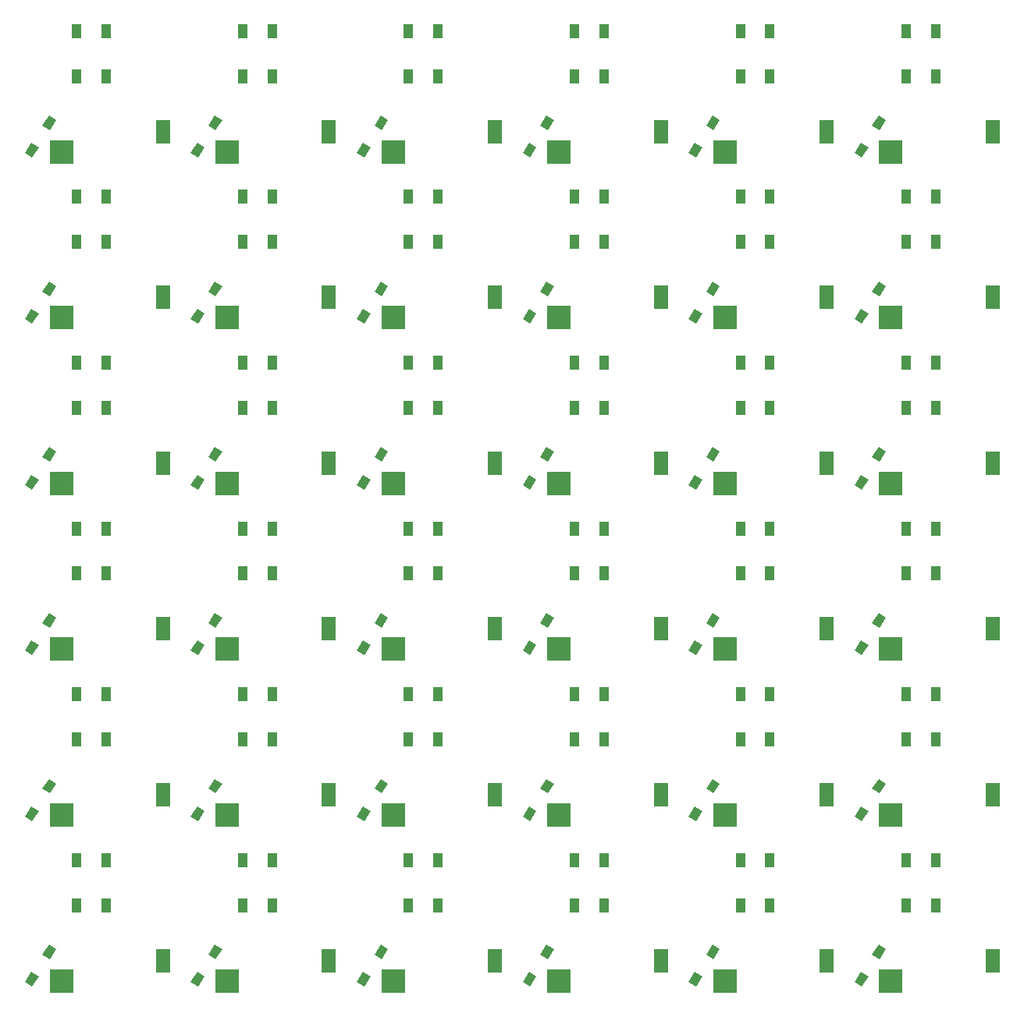
<source format=gtp>
G04 #@! TF.GenerationSoftware,KiCad,Pcbnew,(5.1.5-0-10_14)*
G04 #@! TF.CreationDate,2020-05-05T10:05:08-04:00*
G04 #@! TF.ProjectId,plate,706c6174-652e-46b6-9963-61645f706362,1*
G04 #@! TF.SameCoordinates,Original*
G04 #@! TF.FileFunction,Paste,Top*
G04 #@! TF.FilePolarity,Positive*
%FSLAX46Y46*%
G04 Gerber Fmt 4.6, Leading zero omitted, Abs format (unit mm)*
G04 Created by KiCad (PCBNEW (5.1.5-0-10_14)) date 2020-05-05 10:05:08*
%MOMM*%
%LPD*%
G04 APERTURE LIST*
%ADD10C,0.100000*%
%ADD11R,1.600000X2.600000*%
%ADD12R,2.600000X2.600000*%
%ADD13R,1.000000X1.500000*%
G04 APERTURE END LIST*
D10*
G36*
X86220866Y-132429922D02*
G01*
X85419644Y-131919487D01*
X86118134Y-130823078D01*
X86919356Y-131333513D01*
X86220866Y-132429922D01*
G37*
G36*
X88128280Y-129435882D02*
G01*
X87327058Y-128925447D01*
X88025548Y-127829038D01*
X88826770Y-128339473D01*
X88128280Y-129435882D01*
G37*
D11*
X100395000Y-129565000D03*
D12*
X89370000Y-131765000D03*
D13*
X94233600Y-123559800D03*
X91033600Y-123559800D03*
X94233600Y-118659800D03*
X91033600Y-118659800D03*
D10*
G36*
X106128280Y-129435882D02*
G01*
X105327058Y-128925447D01*
X106025548Y-127829038D01*
X106826770Y-128339473D01*
X106128280Y-129435882D01*
G37*
G36*
X104220866Y-132429922D02*
G01*
X103419644Y-131919487D01*
X104118134Y-130823078D01*
X104919356Y-131333513D01*
X104220866Y-132429922D01*
G37*
D12*
X107370000Y-131765000D03*
D11*
X118395000Y-129565000D03*
D13*
X109033600Y-118659800D03*
X112233600Y-118659800D03*
X109033600Y-123559800D03*
X112233600Y-123559800D03*
D10*
G36*
X88128280Y-147435882D02*
G01*
X87327058Y-146925447D01*
X88025548Y-145829038D01*
X88826770Y-146339473D01*
X88128280Y-147435882D01*
G37*
G36*
X86220866Y-150429922D02*
G01*
X85419644Y-149919487D01*
X86118134Y-148823078D01*
X86919356Y-149333513D01*
X86220866Y-150429922D01*
G37*
D12*
X89370000Y-149765000D03*
D11*
X100395000Y-147565000D03*
D13*
X91033600Y-136659800D03*
X94233600Y-136659800D03*
X91033600Y-141559800D03*
X94233600Y-141559800D03*
D10*
G36*
X104220866Y-150429922D02*
G01*
X103419644Y-149919487D01*
X104118134Y-148823078D01*
X104919356Y-149333513D01*
X104220866Y-150429922D01*
G37*
G36*
X106128280Y-147435882D02*
G01*
X105327058Y-146925447D01*
X106025548Y-145829038D01*
X106826770Y-146339473D01*
X106128280Y-147435882D01*
G37*
D11*
X118395000Y-147565000D03*
D12*
X107370000Y-149765000D03*
D13*
X112233600Y-141559800D03*
X109033600Y-141559800D03*
X112233600Y-136659800D03*
X109033600Y-136659800D03*
D10*
G36*
X158220866Y-150429922D02*
G01*
X157419644Y-149919487D01*
X158118134Y-148823078D01*
X158919356Y-149333513D01*
X158220866Y-150429922D01*
G37*
G36*
X160128280Y-147435882D02*
G01*
X159327058Y-146925447D01*
X160025548Y-145829038D01*
X160826770Y-146339473D01*
X160128280Y-147435882D01*
G37*
D11*
X172395000Y-147565000D03*
D12*
X161370000Y-149765000D03*
D13*
X181033600Y-136659800D03*
X184233600Y-136659800D03*
X181033600Y-141559800D03*
X184233600Y-141559800D03*
D10*
G36*
X178128280Y-147435882D02*
G01*
X177327058Y-146925447D01*
X178025548Y-145829038D01*
X178826770Y-146339473D01*
X178128280Y-147435882D01*
G37*
G36*
X176220866Y-150429922D02*
G01*
X175419644Y-149919487D01*
X176118134Y-148823078D01*
X176919356Y-149333513D01*
X176220866Y-150429922D01*
G37*
D12*
X179370000Y-149765000D03*
D11*
X190395000Y-147565000D03*
D13*
X166233600Y-141559800D03*
X163033600Y-141559800D03*
X166233600Y-136659800D03*
X163033600Y-136659800D03*
X145033600Y-136659800D03*
X148233600Y-136659800D03*
X145033600Y-141559800D03*
X148233600Y-141559800D03*
D11*
X136395000Y-147565000D03*
D12*
X125370000Y-149765000D03*
D13*
X130233600Y-141559800D03*
X127033600Y-141559800D03*
X130233600Y-136659800D03*
X127033600Y-136659800D03*
D10*
G36*
X122220866Y-150429922D02*
G01*
X121419644Y-149919487D01*
X122118134Y-148823078D01*
X122919356Y-149333513D01*
X122220866Y-150429922D01*
G37*
G36*
X124128280Y-147435882D02*
G01*
X123327058Y-146925447D01*
X124025548Y-145829038D01*
X124826770Y-146339473D01*
X124128280Y-147435882D01*
G37*
G36*
X142128280Y-147435882D02*
G01*
X141327058Y-146925447D01*
X142025548Y-145829038D01*
X142826770Y-146339473D01*
X142128280Y-147435882D01*
G37*
G36*
X140220866Y-150429922D02*
G01*
X139419644Y-149919487D01*
X140118134Y-148823078D01*
X140919356Y-149333513D01*
X140220866Y-150429922D01*
G37*
D12*
X143370000Y-149765000D03*
D11*
X154395000Y-147565000D03*
D10*
G36*
X160128280Y-129435882D02*
G01*
X159327058Y-128925447D01*
X160025548Y-127829038D01*
X160826770Y-128339473D01*
X160128280Y-129435882D01*
G37*
G36*
X158220866Y-132429922D02*
G01*
X157419644Y-131919487D01*
X158118134Y-130823078D01*
X158919356Y-131333513D01*
X158220866Y-132429922D01*
G37*
D12*
X161370000Y-131765000D03*
D11*
X172395000Y-129565000D03*
D13*
X184233600Y-123559800D03*
X181033600Y-123559800D03*
X184233600Y-118659800D03*
X181033600Y-118659800D03*
D10*
G36*
X176220866Y-132429922D02*
G01*
X175419644Y-131919487D01*
X176118134Y-130823078D01*
X176919356Y-131333513D01*
X176220866Y-132429922D01*
G37*
G36*
X178128280Y-129435882D02*
G01*
X177327058Y-128925447D01*
X178025548Y-127829038D01*
X178826770Y-128339473D01*
X178128280Y-129435882D01*
G37*
D11*
X190395000Y-129565000D03*
D12*
X179370000Y-131765000D03*
D13*
X163033600Y-118659800D03*
X166233600Y-118659800D03*
X163033600Y-123559800D03*
X166233600Y-123559800D03*
D10*
G36*
X140220866Y-132429922D02*
G01*
X139419644Y-131919487D01*
X140118134Y-130823078D01*
X140919356Y-131333513D01*
X140220866Y-132429922D01*
G37*
G36*
X142128280Y-129435882D02*
G01*
X141327058Y-128925447D01*
X142025548Y-127829038D01*
X142826770Y-128339473D01*
X142128280Y-129435882D01*
G37*
D11*
X154395000Y-129565000D03*
D12*
X143370000Y-131765000D03*
D13*
X148233600Y-123559800D03*
X145033600Y-123559800D03*
X148233600Y-118659800D03*
X145033600Y-118659800D03*
D10*
G36*
X124128280Y-129435882D02*
G01*
X123327058Y-128925447D01*
X124025548Y-127829038D01*
X124826770Y-128339473D01*
X124128280Y-129435882D01*
G37*
G36*
X122220866Y-132429922D02*
G01*
X121419644Y-131919487D01*
X122118134Y-130823078D01*
X122919356Y-131333513D01*
X122220866Y-132429922D01*
G37*
D12*
X125370000Y-131765000D03*
D11*
X136395000Y-129565000D03*
D13*
X127033600Y-118659800D03*
X130233600Y-118659800D03*
X127033600Y-123559800D03*
X130233600Y-123559800D03*
D10*
G36*
X86220866Y-96429922D02*
G01*
X85419644Y-95919487D01*
X86118134Y-94823078D01*
X86919356Y-95333513D01*
X86220866Y-96429922D01*
G37*
G36*
X88128280Y-93435882D02*
G01*
X87327058Y-92925447D01*
X88025548Y-91829038D01*
X88826770Y-92339473D01*
X88128280Y-93435882D01*
G37*
D11*
X100395000Y-93565000D03*
D12*
X89370000Y-95765000D03*
D13*
X94233600Y-87559800D03*
X91033600Y-87559800D03*
X94233600Y-82659800D03*
X91033600Y-82659800D03*
D10*
G36*
X106128280Y-93435882D02*
G01*
X105327058Y-92925447D01*
X106025548Y-91829038D01*
X106826770Y-92339473D01*
X106128280Y-93435882D01*
G37*
G36*
X104220866Y-96429922D02*
G01*
X103419644Y-95919487D01*
X104118134Y-94823078D01*
X104919356Y-95333513D01*
X104220866Y-96429922D01*
G37*
D12*
X107370000Y-95765000D03*
D11*
X118395000Y-93565000D03*
D13*
X109033600Y-82659800D03*
X112233600Y-82659800D03*
X109033600Y-87559800D03*
X112233600Y-87559800D03*
D10*
G36*
X88128280Y-111435882D02*
G01*
X87327058Y-110925447D01*
X88025548Y-109829038D01*
X88826770Y-110339473D01*
X88128280Y-111435882D01*
G37*
G36*
X86220866Y-114429922D02*
G01*
X85419644Y-113919487D01*
X86118134Y-112823078D01*
X86919356Y-113333513D01*
X86220866Y-114429922D01*
G37*
D12*
X89370000Y-113765000D03*
D11*
X100395000Y-111565000D03*
D13*
X91033600Y-100659800D03*
X94233600Y-100659800D03*
X91033600Y-105559800D03*
X94233600Y-105559800D03*
D10*
G36*
X104220866Y-114429922D02*
G01*
X103419644Y-113919487D01*
X104118134Y-112823078D01*
X104919356Y-113333513D01*
X104220866Y-114429922D01*
G37*
G36*
X106128280Y-111435882D02*
G01*
X105327058Y-110925447D01*
X106025548Y-109829038D01*
X106826770Y-110339473D01*
X106128280Y-111435882D01*
G37*
D11*
X118395000Y-111565000D03*
D12*
X107370000Y-113765000D03*
D13*
X112233600Y-105559800D03*
X109033600Y-105559800D03*
X112233600Y-100659800D03*
X109033600Y-100659800D03*
D10*
G36*
X158220866Y-114429922D02*
G01*
X157419644Y-113919487D01*
X158118134Y-112823078D01*
X158919356Y-113333513D01*
X158220866Y-114429922D01*
G37*
G36*
X160128280Y-111435882D02*
G01*
X159327058Y-110925447D01*
X160025548Y-109829038D01*
X160826770Y-110339473D01*
X160128280Y-111435882D01*
G37*
D11*
X172395000Y-111565000D03*
D12*
X161370000Y-113765000D03*
D13*
X181033600Y-100659800D03*
X184233600Y-100659800D03*
X181033600Y-105559800D03*
X184233600Y-105559800D03*
D10*
G36*
X178128280Y-111435882D02*
G01*
X177327058Y-110925447D01*
X178025548Y-109829038D01*
X178826770Y-110339473D01*
X178128280Y-111435882D01*
G37*
G36*
X176220866Y-114429922D02*
G01*
X175419644Y-113919487D01*
X176118134Y-112823078D01*
X176919356Y-113333513D01*
X176220866Y-114429922D01*
G37*
D12*
X179370000Y-113765000D03*
D11*
X190395000Y-111565000D03*
D13*
X166233600Y-105559800D03*
X163033600Y-105559800D03*
X166233600Y-100659800D03*
X163033600Y-100659800D03*
X145033600Y-100659800D03*
X148233600Y-100659800D03*
X145033600Y-105559800D03*
X148233600Y-105559800D03*
D11*
X136395000Y-111565000D03*
D12*
X125370000Y-113765000D03*
D13*
X130233600Y-105559800D03*
X127033600Y-105559800D03*
X130233600Y-100659800D03*
X127033600Y-100659800D03*
D10*
G36*
X122220866Y-114429922D02*
G01*
X121419644Y-113919487D01*
X122118134Y-112823078D01*
X122919356Y-113333513D01*
X122220866Y-114429922D01*
G37*
G36*
X124128280Y-111435882D02*
G01*
X123327058Y-110925447D01*
X124025548Y-109829038D01*
X124826770Y-110339473D01*
X124128280Y-111435882D01*
G37*
G36*
X142128280Y-111435882D02*
G01*
X141327058Y-110925447D01*
X142025548Y-109829038D01*
X142826770Y-110339473D01*
X142128280Y-111435882D01*
G37*
G36*
X140220866Y-114429922D02*
G01*
X139419644Y-113919487D01*
X140118134Y-112823078D01*
X140919356Y-113333513D01*
X140220866Y-114429922D01*
G37*
D12*
X143370000Y-113765000D03*
D11*
X154395000Y-111565000D03*
D10*
G36*
X160128280Y-93435882D02*
G01*
X159327058Y-92925447D01*
X160025548Y-91829038D01*
X160826770Y-92339473D01*
X160128280Y-93435882D01*
G37*
G36*
X158220866Y-96429922D02*
G01*
X157419644Y-95919487D01*
X158118134Y-94823078D01*
X158919356Y-95333513D01*
X158220866Y-96429922D01*
G37*
D12*
X161370000Y-95765000D03*
D11*
X172395000Y-93565000D03*
D13*
X184233600Y-87559800D03*
X181033600Y-87559800D03*
X184233600Y-82659800D03*
X181033600Y-82659800D03*
D10*
G36*
X176220866Y-96429922D02*
G01*
X175419644Y-95919487D01*
X176118134Y-94823078D01*
X176919356Y-95333513D01*
X176220866Y-96429922D01*
G37*
G36*
X178128280Y-93435882D02*
G01*
X177327058Y-92925447D01*
X178025548Y-91829038D01*
X178826770Y-92339473D01*
X178128280Y-93435882D01*
G37*
D11*
X190395000Y-93565000D03*
D12*
X179370000Y-95765000D03*
D13*
X163033600Y-82659800D03*
X166233600Y-82659800D03*
X163033600Y-87559800D03*
X166233600Y-87559800D03*
D10*
G36*
X140220866Y-96429922D02*
G01*
X139419644Y-95919487D01*
X140118134Y-94823078D01*
X140919356Y-95333513D01*
X140220866Y-96429922D01*
G37*
G36*
X142128280Y-93435882D02*
G01*
X141327058Y-92925447D01*
X142025548Y-91829038D01*
X142826770Y-92339473D01*
X142128280Y-93435882D01*
G37*
D11*
X154395000Y-93565000D03*
D12*
X143370000Y-95765000D03*
D13*
X148233600Y-87559800D03*
X145033600Y-87559800D03*
X148233600Y-82659800D03*
X145033600Y-82659800D03*
D10*
G36*
X124128280Y-93435882D02*
G01*
X123327058Y-92925447D01*
X124025548Y-91829038D01*
X124826770Y-92339473D01*
X124128280Y-93435882D01*
G37*
G36*
X122220866Y-96429922D02*
G01*
X121419644Y-95919487D01*
X122118134Y-94823078D01*
X122919356Y-95333513D01*
X122220866Y-96429922D01*
G37*
D12*
X125370000Y-95765000D03*
D11*
X136395000Y-93565000D03*
D13*
X127033600Y-82659800D03*
X130233600Y-82659800D03*
X127033600Y-87559800D03*
X130233600Y-87559800D03*
D10*
G36*
X86220866Y-78429922D02*
G01*
X85419644Y-77919487D01*
X86118134Y-76823078D01*
X86919356Y-77333513D01*
X86220866Y-78429922D01*
G37*
G36*
X88128280Y-75435882D02*
G01*
X87327058Y-74925447D01*
X88025548Y-73829038D01*
X88826770Y-74339473D01*
X88128280Y-75435882D01*
G37*
D11*
X100395000Y-75565000D03*
D12*
X89370000Y-77765000D03*
D13*
X94233600Y-69559800D03*
X91033600Y-69559800D03*
X94233600Y-64659800D03*
X91033600Y-64659800D03*
D10*
G36*
X106128280Y-75435882D02*
G01*
X105327058Y-74925447D01*
X106025548Y-73829038D01*
X106826770Y-74339473D01*
X106128280Y-75435882D01*
G37*
G36*
X104220866Y-78429922D02*
G01*
X103419644Y-77919487D01*
X104118134Y-76823078D01*
X104919356Y-77333513D01*
X104220866Y-78429922D01*
G37*
D12*
X107370000Y-77765000D03*
D11*
X118395000Y-75565000D03*
D13*
X109033600Y-64659800D03*
X112233600Y-64659800D03*
X109033600Y-69559800D03*
X112233600Y-69559800D03*
D10*
G36*
X160128280Y-75435882D02*
G01*
X159327058Y-74925447D01*
X160025548Y-73829038D01*
X160826770Y-74339473D01*
X160128280Y-75435882D01*
G37*
G36*
X158220866Y-78429922D02*
G01*
X157419644Y-77919487D01*
X158118134Y-76823078D01*
X158919356Y-77333513D01*
X158220866Y-78429922D01*
G37*
D12*
X161370000Y-77765000D03*
D11*
X172395000Y-75565000D03*
D13*
X184233600Y-69559800D03*
X181033600Y-69559800D03*
X184233600Y-64659800D03*
X181033600Y-64659800D03*
D10*
G36*
X176220866Y-78429922D02*
G01*
X175419644Y-77919487D01*
X176118134Y-76823078D01*
X176919356Y-77333513D01*
X176220866Y-78429922D01*
G37*
G36*
X178128280Y-75435882D02*
G01*
X177327058Y-74925447D01*
X178025548Y-73829038D01*
X178826770Y-74339473D01*
X178128280Y-75435882D01*
G37*
D11*
X190395000Y-75565000D03*
D12*
X179370000Y-77765000D03*
D13*
X163033600Y-64659800D03*
X166233600Y-64659800D03*
X163033600Y-69559800D03*
X166233600Y-69559800D03*
D10*
G36*
X140220866Y-78429922D02*
G01*
X139419644Y-77919487D01*
X140118134Y-76823078D01*
X140919356Y-77333513D01*
X140220866Y-78429922D01*
G37*
G36*
X142128280Y-75435882D02*
G01*
X141327058Y-74925447D01*
X142025548Y-73829038D01*
X142826770Y-74339473D01*
X142128280Y-75435882D01*
G37*
D11*
X154395000Y-75565000D03*
D12*
X143370000Y-77765000D03*
D13*
X148233600Y-69559800D03*
X145033600Y-69559800D03*
X148233600Y-64659800D03*
X145033600Y-64659800D03*
D10*
G36*
X124128280Y-75435882D02*
G01*
X123327058Y-74925447D01*
X124025548Y-73829038D01*
X124826770Y-74339473D01*
X124128280Y-75435882D01*
G37*
G36*
X122220866Y-78429922D02*
G01*
X121419644Y-77919487D01*
X122118134Y-76823078D01*
X122919356Y-77333513D01*
X122220866Y-78429922D01*
G37*
D12*
X125370000Y-77765000D03*
D11*
X136395000Y-75565000D03*
D13*
X127033600Y-64659800D03*
X130233600Y-64659800D03*
X127033600Y-69559800D03*
X130233600Y-69559800D03*
D10*
G36*
X158220866Y-60429922D02*
G01*
X157419644Y-59919487D01*
X158118134Y-58823078D01*
X158919356Y-59333513D01*
X158220866Y-60429922D01*
G37*
G36*
X160128280Y-57435882D02*
G01*
X159327058Y-56925447D01*
X160025548Y-55829038D01*
X160826770Y-56339473D01*
X160128280Y-57435882D01*
G37*
D11*
X172395000Y-57565000D03*
D12*
X161370000Y-59765000D03*
D13*
X166233600Y-51559800D03*
X163033600Y-51559800D03*
X166233600Y-46659800D03*
X163033600Y-46659800D03*
D10*
G36*
X178128280Y-57435882D02*
G01*
X177327058Y-56925447D01*
X178025548Y-55829038D01*
X178826770Y-56339473D01*
X178128280Y-57435882D01*
G37*
G36*
X176220866Y-60429922D02*
G01*
X175419644Y-59919487D01*
X176118134Y-58823078D01*
X176919356Y-59333513D01*
X176220866Y-60429922D01*
G37*
D12*
X179370000Y-59765000D03*
D11*
X190395000Y-57565000D03*
D13*
X181033600Y-46659800D03*
X184233600Y-46659800D03*
X181033600Y-51559800D03*
X184233600Y-51559800D03*
D10*
G36*
X122220866Y-60429922D02*
G01*
X121419644Y-59919487D01*
X122118134Y-58823078D01*
X122919356Y-59333513D01*
X122220866Y-60429922D01*
G37*
G36*
X124128280Y-57435882D02*
G01*
X123327058Y-56925447D01*
X124025548Y-55829038D01*
X124826770Y-56339473D01*
X124128280Y-57435882D01*
G37*
D11*
X136395000Y-57565000D03*
D12*
X125370000Y-59765000D03*
D13*
X130233600Y-51559800D03*
X127033600Y-51559800D03*
X130233600Y-46659800D03*
X127033600Y-46659800D03*
D10*
G36*
X142128280Y-57435882D02*
G01*
X141327058Y-56925447D01*
X142025548Y-55829038D01*
X142826770Y-56339473D01*
X142128280Y-57435882D01*
G37*
G36*
X140220866Y-60429922D02*
G01*
X139419644Y-59919487D01*
X140118134Y-58823078D01*
X140919356Y-59333513D01*
X140220866Y-60429922D01*
G37*
D12*
X143370000Y-59765000D03*
D11*
X154395000Y-57565000D03*
D13*
X145033600Y-46659800D03*
X148233600Y-46659800D03*
X145033600Y-51559800D03*
X148233600Y-51559800D03*
D12*
X89370000Y-59765000D03*
D11*
X100395000Y-57565000D03*
D10*
G36*
X104220866Y-60429922D02*
G01*
X103419644Y-59919487D01*
X104118134Y-58823078D01*
X104919356Y-59333513D01*
X104220866Y-60429922D01*
G37*
G36*
X106128280Y-57435882D02*
G01*
X105327058Y-56925447D01*
X106025548Y-55829038D01*
X106826770Y-56339473D01*
X106128280Y-57435882D01*
G37*
D11*
X118395000Y-57565000D03*
D12*
X107370000Y-59765000D03*
D13*
X112233600Y-51559800D03*
X109033600Y-51559800D03*
X112233600Y-46659800D03*
X109033600Y-46659800D03*
X91033600Y-46659800D03*
X94233600Y-46659800D03*
X91033600Y-51559800D03*
X94233600Y-51559800D03*
D10*
G36*
X88128280Y-57435882D02*
G01*
X87327058Y-56925447D01*
X88025548Y-55829038D01*
X88826770Y-56339473D01*
X88128280Y-57435882D01*
G37*
G36*
X86220866Y-60429922D02*
G01*
X85419644Y-59919487D01*
X86118134Y-58823078D01*
X86919356Y-59333513D01*
X86220866Y-60429922D01*
G37*
M02*

</source>
